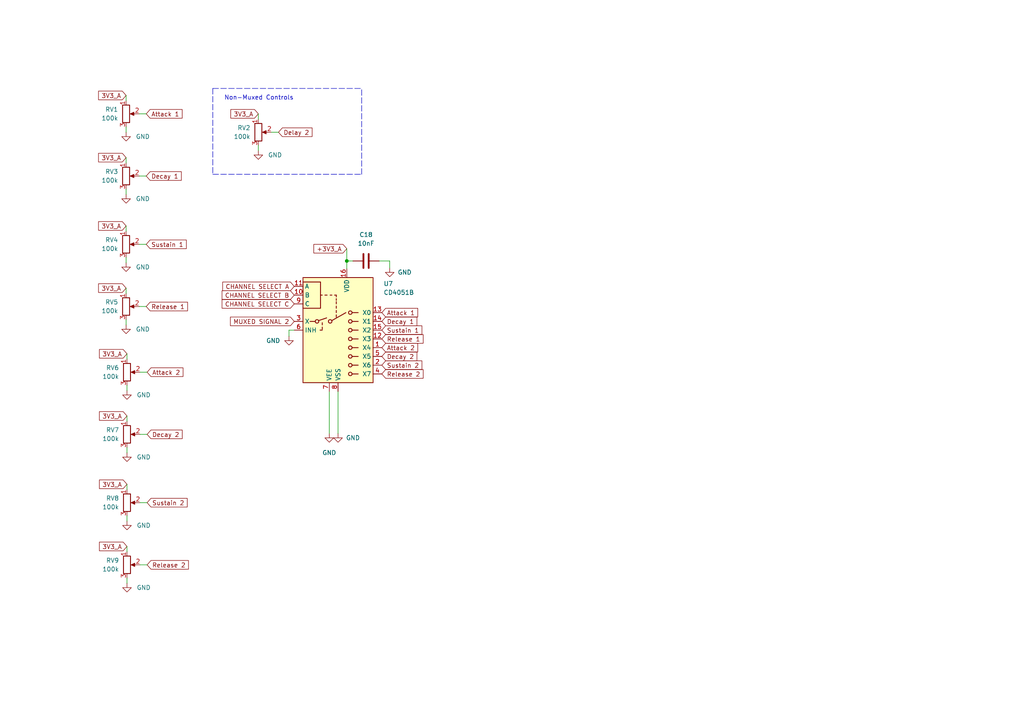
<source format=kicad_sch>
(kicad_sch (version 20211123) (generator eeschema)
  (paper "A4")
  (lib_symbols
    (symbol "Analog_Switch:CD4051B"
      (property "Reference" "U" (at -10.16 16.51 0))
      (property "Value" "CD4051B" (at 3.81 16.51 0))
      (symbol "CD4051B_0_1"
        (rectangle (start -10.16 6.35) (end -5.08 13.97) (stroke (width 0.254)))
        (rectangle (start -10.16 15.24) (end 10.16 -15.24) (stroke (width 0.254)) (fill (type background)))
        (circle (center -6.096 2.54) (radius 0.508) (stroke (width 0.254)))
        (circle (center -2.286 2.54) (radius 0.508) (stroke (width 0.254)))
        (polyline (pts (xy -8.128 2.54) (xy -6.604 2.54)) (stroke (width 0.254)))
        (polyline (pts (xy -5.588 2.794) (xy -3.302 3.556)) (stroke (width 0.254)))
        (polyline (pts (xy -4.572 0) (xy -5.207 0)) (stroke (width 0.254)))
        (polyline (pts (xy -4.572 0.254) (xy -4.572 0.889)) (stroke (width 0.254)))
        (polyline (pts (xy -4.572 1.524) (xy -4.572 2.159)) (stroke (width 0.254)))
        (polyline (pts (xy -4.572 10.16) (xy -5.08 10.16)) (stroke (width 0.254)))
        (polyline (pts (xy -3.81 10.16) (xy -3.175 10.16)) (stroke (width 0.254)))
        (polyline (pts (xy -1.778 2.794) (xy 2.286 5.08)) (stroke (width 0.254)))
        (polyline (pts (xy -1.778 10.16) (xy -2.286 10.16)) (stroke (width 0.254)))
        (polyline (pts (xy -0.508 3.81) (xy -0.508 4.445)) (stroke (width 0.254)))
        (polyline (pts (xy -0.508 5.08) (xy -0.508 5.715)) (stroke (width 0.254)))
        (polyline (pts (xy -0.508 6.35) (xy -0.508 6.985)) (stroke (width 0.254)))
        (polyline (pts (xy -0.508 7.62) (xy -0.508 8.255)) (stroke (width 0.254)))
        (polyline (pts (xy -0.508 8.636) (xy -0.508 9.144)) (stroke (width 0.254)))
        (polyline (pts (xy -0.508 9.652) (xy -0.508 10.16)) (stroke (width 0.254)))
        (polyline (pts (xy -0.508 10.16) (xy -1.016 10.16)) (stroke (width 0.254)))
        (polyline (pts (xy 4.064 -12.7) (xy 5.842 -12.7)) (stroke (width 0.254)))
        (polyline (pts (xy 4.064 -10.16) (xy 5.842 -10.16)) (stroke (width 0.254)))
        (polyline (pts (xy 4.064 -7.62) (xy 5.842 -7.62)) (stroke (width 0.254)))
        (polyline (pts (xy 4.064 -5.08) (xy 5.842 -5.08)) (stroke (width 0.254)))
        (polyline (pts (xy 4.064 -2.54) (xy 5.842 -2.54)) (stroke (width 0.254)))
        (polyline (pts (xy 4.064 0) (xy 5.842 0)) (stroke (width 0.254)))
        (polyline (pts (xy 4.064 2.54) (xy 5.842 2.54)) (stroke (width 0.254)))
        (polyline (pts (xy 4.064 5.08) (xy 5.842 5.08)) (stroke (width 0.254)))
        (circle (center 3.556 -12.7) (radius 0.508) (stroke (width 0.254)))
        (circle (center 3.556 -10.16) (radius 0.508) (stroke (width 0.254)))
        (circle (center 3.556 -7.62) (radius 0.508) (stroke (width 0.254)))
        (circle (center 3.556 -5.08) (radius 0.508) (stroke (width 0.254)))
        (circle (center 3.556 -2.54) (radius 0.508) (stroke (width 0.254)))
        (circle (center 3.556 0) (radius 0.508) (stroke (width 0.254)))
        (circle (center 3.556 2.54) (radius 0.508) (stroke (width 0.254)))
        (circle (center 3.556 5.08) (radius 0.508) (stroke (width 0.254)))
      )
      (symbol "CD4051B_1_1"
        (pin bidirectional line (at 12.7 -5.08 180) (length 2.54) (name "X4") (number "1"))
        (pin input line (at -12.7 10.16 0) (length 2.54) (name "B") (number "10"))
        (pin input line (at -12.7 12.7 0) (length 2.54) (name "A") (number "11"))
        (pin bidirectional line (at 12.7 -2.54 180) (length 2.54) (name "X3") (number "12"))
        (pin bidirectional line (at 12.7 5.08 180) (length 2.54) (name "X0") (number "13"))
        (pin bidirectional line (at 12.7 2.54 180) (length 2.54) (name "X1") (number "14"))
        (pin bidirectional line (at 12.7 0 180) (length 2.54) (name "X2") (number "15"))
        (pin power_in line (at 2.54 17.78 270) (length 2.54) (name "VDD") (number "16"))
        (pin bidirectional line (at 12.7 -10.16 180) (length 2.54) (name "X6") (number "2"))
        (pin bidirectional line (at -12.7 2.54 0) (length 2.54) (name "X") (number "3"))
        (pin bidirectional line (at 12.7 -12.7 180) (length 2.54) (name "X7") (number "4"))
        (pin bidirectional line (at 12.7 -7.62 180) (length 2.54) (name "X5") (number "5"))
        (pin input line (at -12.7 0 0) (length 2.54) (name "INH") (number "6"))
        (pin power_in line (at -2.54 -17.78 90) (length 2.54) (name "VEE") (number "7"))
        (pin power_in line (at 0 -17.78 90) (length 2.54) (name "VSS") (number "8"))
        (pin input line (at -12.7 7.62 0) (length 2.54) (name "C") (number "9"))
      )
    )
    (symbol "Device:C" (pin_numbers hide) (pin_names (offset 0.254))
      (property "Reference" "C" (at 0.635 2.54 0))
      (property "Value" "C" (at 0.635 -2.54 0))
      (symbol "C_0_1"
        (polyline (pts (xy -2.032 -0.762) (xy 2.032 -0.762)) (stroke (width 0.508)))
        (polyline (pts (xy -2.032 0.762) (xy 2.032 0.762)) (stroke (width 0.508)))
      )
      (symbol "C_1_1"
        (pin passive line (at 0 3.81 270) (length 2.794) (name "~") (number "1"))
        (pin passive line (at 0 -3.81 90) (length 2.794) (name "~") (number "2"))
      )
    )
    (symbol "Device:R_Potentiometer" (pin_names (offset 1.016) hide)
      (property "Reference" "RV" (at -4.445 0 90))
      (property "Value" "R_Potentiometer" (at -2.54 0 90))
      (symbol "R_Potentiometer_0_1"
        (polyline (pts (xy 2.54 0) (xy 1.524 0)))
        (polyline (pts (xy 1.143 0) (xy 2.286 0.508) (xy 2.286 -0.508) (xy 1.143 0)) (fill (type outline)))
        (rectangle (start 1.016 2.54) (end -1.016 -2.54) (stroke (width 0.254)))
      )
      (symbol "R_Potentiometer_1_1"
        (pin passive line (at 0 3.81 270) (length 1.27) (name "1") (number "1"))
        (pin passive line (at 3.81 0 180) (length 1.27) (name "2") (number "2"))
        (pin passive line (at 0 -3.81 90) (length 1.27) (name "3") (number "3"))
      )
    )
    (symbol "power:GND" (power) (pin_names (offset 0))
      (property "Value" "GND" (at 0 -3.81 0))
      (symbol "GND_0_1"
        (polyline (pts (xy 0 0) (xy 0 -1.27) (xy 1.27 -1.27) (xy 0 -2.54) (xy -1.27 -1.27) (xy 0 -1.27)))
      )
      (symbol "GND_1_1"
        (pin power_in line (at 0 0 270) (length 0) hide (name "GND") (number "1"))
      )
    )
  )
  (junction (at 100.584 75.692))
  (wire (pts (xy 36.576 45.72) (xy 36.576 47.244)))
  (wire (pts (xy 40.64 145.796) (xy 42.672 145.796)))
  (wire (pts (xy 36.576 65.532) (xy 36.576 67.056)))
  (wire (pts (xy 74.93 42.164) (xy 74.93 43.688)))
  (wire (pts (xy 36.83 158.496) (xy 36.83 160.02)))
  (wire (pts (xy 36.83 140.462) (xy 36.83 141.986)))
  (wire (pts (xy 98.044 113.538) (xy 98.044 125.73)))
  (wire (pts (xy 40.386 70.866) (xy 42.418 70.866)))
  (wire (pts (xy 40.64 125.984) (xy 42.672 125.984)))
  (wire (pts (xy 100.584 72.136) (xy 100.584 75.692)))
  (wire (pts (xy 36.83 102.616) (xy 36.83 104.14)))
  (wire (pts (xy 83.82 95.758) (xy 85.344 95.758)))
  (polyline (pts (xy 61.722 50.546) (xy 104.902 50.546)))
  (wire (pts (xy 78.74 38.354) (xy 80.772 38.354)))
  (wire (pts (xy 40.386 33.02) (xy 42.418 33.02)))
  (wire (pts (xy 40.386 51.054) (xy 42.418 51.054)))
  (polyline (pts (xy 61.722 25.654) (xy 61.722 50.546)))
  (wire (pts (xy 36.83 120.65) (xy 36.83 122.174)))
  (wire (pts (xy 36.83 149.606) (xy 36.83 151.13)))
  (polyline (pts (xy 104.902 50.546) (xy 104.902 25.654)))
  (wire (pts (xy 36.83 111.76) (xy 36.83 113.284)))
  (wire (pts (xy 95.504 113.538) (xy 95.504 125.73)))
  (wire (pts (xy 74.93 33.02) (xy 74.93 34.544)))
  (wire (pts (xy 83.82 97.536) (xy 83.82 95.758)))
  (wire (pts (xy 100.584 75.692) (xy 100.584 77.978)))
  (wire (pts (xy 36.576 54.864) (xy 36.576 56.388)))
  (wire (pts (xy 36.83 129.794) (xy 36.83 131.318)))
  (wire (pts (xy 36.576 92.71) (xy 36.576 94.234)))
  (wire (pts (xy 36.576 36.83) (xy 36.576 38.354)))
  (wire (pts (xy 36.83 167.64) (xy 36.83 169.164)))
  (polyline (pts (xy 61.722 25.654) (xy 104.902 25.654)))
  (wire (pts (xy 113.03 75.692) (xy 109.982 75.692)))
  (wire (pts (xy 100.584 75.692) (xy 102.362 75.692)))
  (wire (pts (xy 40.64 163.83) (xy 42.672 163.83)))
  (wire (pts (xy 36.576 74.676) (xy 36.576 76.2)))
  (wire (pts (xy 40.64 107.95) (xy 42.672 107.95)))
  (wire (pts (xy 40.386 88.9) (xy 42.418 88.9)))
  (wire (pts (xy 113.03 77.724) (xy 113.03 75.692)))
  (wire (pts (xy 36.576 83.566) (xy 36.576 85.09)))
  (wire (pts (xy 36.576 27.686) (xy 36.576 29.21)))
  (text "Non-Muxed Controls" (at 65.024 29.21 0) (effects (font (size 1.27 1.27)) (justify left bottom)))
  (global_label "CHANNEL SELECT C" (shape input) (at 85.344 88.138 180) (property "Intersheet References" "${INTERSHEET_REFS}" (effects hide)))
  (global_label "3V3_A" (shape input) (at 36.83 120.65 180) (property "Intersheet References" "${INTERSHEET_REFS}" (effects hide)))
  (global_label "CHANNEL SELECT A" (shape input) (at 85.344 83.058 180) (property "Intersheet References" "${INTERSHEET_REFS}" (effects hide)))
  (global_label "Delay 2" (shape input) (at 80.772 38.354 0) (property "Intersheet References" "${INTERSHEET_REFS}" (effects hide)))
  (global_label "Decay 2" (shape input) (at 42.672 125.984 0) (property "Intersheet References" "${INTERSHEET_REFS}" (effects hide)))
  (global_label "3V3_A" (shape input) (at 36.576 45.72 180) (property "Intersheet References" "${INTERSHEET_REFS}" (effects hide)))
  (global_label "Release 2" (shape input) (at 110.744 108.458 0) (property "Intersheet References" "${INTERSHEET_REFS}" (effects hide)))
  (global_label "3V3_A" (shape input) (at 36.83 158.496 180) (property "Intersheet References" "${INTERSHEET_REFS}" (effects hide)))
  (global_label "Attack 1" (shape input) (at 110.744 90.678 0) (property "Intersheet References" "${INTERSHEET_REFS}" (effects hide)))
  (global_label "Decay 1" (shape input) (at 110.744 93.218 0) (property "Intersheet References" "${INTERSHEET_REFS}" (effects hide)))
  (global_label "3V3_A" (shape input) (at 36.576 65.532 180) (property "Intersheet References" "${INTERSHEET_REFS}" (effects hide)))
  (global_label "CHANNEL SELECT B" (shape input) (at 85.344 85.598 180) (property "Intersheet References" "${INTERSHEET_REFS}" (effects hide)))
  (global_label "Release 1" (shape input) (at 42.418 88.9 0) (property "Intersheet References" "${INTERSHEET_REFS}" (effects hide)))
  (global_label "+3V3_A" (shape input) (at 100.584 72.136 180) (property "Intersheet References" "${INTERSHEET_REFS}" (effects hide)))
  (global_label "Decay 1" (shape input) (at 42.418 51.054 0) (property "Intersheet References" "${INTERSHEET_REFS}" (effects hide)))
  (global_label "3V3_A" (shape input) (at 36.83 140.462 180) (property "Intersheet References" "${INTERSHEET_REFS}" (effects hide)))
  (global_label "Sustain 2" (shape input) (at 110.744 105.918 0) (property "Intersheet References" "${INTERSHEET_REFS}" (effects hide)))
  (global_label "Release 1" (shape input) (at 110.744 98.298 0) (property "Intersheet References" "${INTERSHEET_REFS}" (effects hide)))
  (global_label "Attack 1" (shape input) (at 42.418 33.02 0) (property "Intersheet References" "${INTERSHEET_REFS}" (effects hide)))
  (global_label "Attack 2" (shape input) (at 42.672 107.95 0) (property "Intersheet References" "${INTERSHEET_REFS}" (effects hide)))
  (global_label "Decay 2" (shape input) (at 110.744 103.378 0) (property "Intersheet References" "${INTERSHEET_REFS}" (effects hide)))
  (global_label "Release 2" (shape input) (at 42.672 163.83 0) (property "Intersheet References" "${INTERSHEET_REFS}" (effects hide)))
  (global_label "Sustain 1" (shape input) (at 42.418 70.866 0) (property "Intersheet References" "${INTERSHEET_REFS}" (effects hide)))
  (global_label "Sustain 1" (shape input) (at 110.744 95.758 0) (property "Intersheet References" "${INTERSHEET_REFS}" (effects hide)))
  (global_label "Sustain 2" (shape input) (at 42.672 145.796 0) (property "Intersheet References" "${INTERSHEET_REFS}" (effects hide)))
  (global_label "3V3_A" (shape input) (at 36.576 27.686 180) (property "Intersheet References" "${INTERSHEET_REFS}" (effects hide)))
  (global_label "3V3_A" (shape input) (at 36.576 83.566 180) (property "Intersheet References" "${INTERSHEET_REFS}" (effects hide)))
  (global_label "MUXED SIGNAL 2" (shape input) (at 85.344 93.218 180) (property "Intersheet References" "${INTERSHEET_REFS}" (effects hide)))
  (global_label "Attack 2" (shape input) (at 110.744 100.838 0) (property "Intersheet References" "${INTERSHEET_REFS}" (effects hide)))
  (global_label "3V3_A" (shape input) (at 74.93 33.02 180) (property "Intersheet References" "${INTERSHEET_REFS}" (effects hide)))
  (global_label "3V3_A" (shape input) (at 36.83 102.616 180) (property "Intersheet References" "${INTERSHEET_REFS}" (effects hide)))
  (symbol (lib_id "power:GND") (at 36.576 94.234 0) (unit 1)
    (property "Reference" "#PWR046" (effects hide))
    (property "Value" "GND" (at 39.37 95.5039 0) (effects (justify left)))
  )
  (symbol (lib_id "power:GND") (at 36.83 151.13 0) (unit 1)
    (property "Reference" "#PWR052" (effects hide))
    (property "Value" "GND" (at 39.624 152.3999 0) (effects (justify left)))
  )
  (symbol (lib_id "Device:R_Potentiometer") (at 36.83 107.95 0) (unit 1)
    (property "Reference" "RV6" (at 34.544 106.6799 0) (effects (justify right)))
    (property "Value" "100k" (at 34.544 109.2199 0) (effects (justify right)))
    (property "Footprint" "Potentiometer_THT:Potentiometer_Alpha_RD901F-40-00D_Single_Vertical" (effects hide))
  )
  (symbol (lib_id "Device:R_Potentiometer") (at 36.576 88.9 0) (unit 1)
    (property "Reference" "RV5" (at 34.29 87.6299 0) (effects (justify right)))
    (property "Value" "100k" (at 34.29 90.1699 0) (effects (justify right)))
    (property "Footprint" "Potentiometer_THT:Potentiometer_Alpha_RD901F-40-00D_Single_Vertical" (effects hide))
  )
  (symbol (lib_id "power:GND") (at 83.82 97.536 0) (unit 1)
    (property "Reference" "#PWR047" (effects hide))
    (property "Value" "GND" (at 81.28 98.8059 0) (effects (justify right)))
  )
  (symbol (lib_id "power:GND") (at 98.044 125.73 0) (unit 1)
    (property "Reference" "#PWR050" (effects hide))
    (property "Value" "GND" (at 100.33 126.9999 0) (effects (justify left)))
  )
  (symbol (lib_id "Device:R_Potentiometer") (at 36.576 33.02 0) (unit 1)
    (property "Reference" "RV1" (at 34.29 31.7499 0) (effects (justify right)))
    (property "Value" "100k" (at 34.29 34.2899 0) (effects (justify right)))
    (property "Footprint" "Potentiometer_THT:Potentiometer_Alpha_RD901F-40-00D_Single_Vertical" (effects hide))
  )
  (symbol (lib_id "Device:R_Potentiometer") (at 36.576 70.866 0) (unit 1)
    (property "Reference" "RV4" (at 34.29 69.5959 0) (effects (justify right)))
    (property "Value" "100k" (at 34.29 72.1359 0) (effects (justify right)))
    (property "Footprint" "Potentiometer_THT:Potentiometer_Alpha_RD901F-40-00D_Single_Vertical" (effects hide))
  )
  (symbol (lib_id "Analog_Switch:CD4051B") (at 98.044 95.758 0) (unit 1)
    (property "Reference" "U7" (at 111.2394 82.296 0) (effects (justify left)))
    (property "Value" "CD4051B" (at 111.2394 84.836 0) (effects (justify left)))
    (property "Footprint" "Package_SO:SOIC-16_3.9x9.9mm_P1.27mm" (effects hide))
    (property "Datasheet" "http://www.ti.com/lit/ds/symlink/cd4052b.pdf" (effects hide))
  )
  (symbol (lib_id "power:GND") (at 74.93 43.688 0) (unit 1)
    (property "Reference" "#PWR042" (effects hide))
    (property "Value" "GND" (at 77.724 44.9579 0) (effects (justify left)))
  )
  (symbol (lib_id "power:GND") (at 113.03 77.724 0) (unit 1)
    (property "Reference" "#PWR045" (effects hide))
    (property "Value" "GND" (at 115.316 78.9939 0) (effects (justify left)))
  )
  (symbol (lib_id "power:GND") (at 36.576 76.2 0) (unit 1)
    (property "Reference" "#PWR044" (effects hide))
    (property "Value" "GND" (at 39.37 77.4699 0) (effects (justify left)))
  )
  (symbol (lib_id "power:GND") (at 36.576 56.388 0) (unit 1)
    (property "Reference" "#PWR043" (effects hide))
    (property "Value" "GND" (at 39.37 57.6579 0) (effects (justify left)))
  )
  (symbol (lib_id "Device:R_Potentiometer") (at 36.576 51.054 0) (unit 1)
    (property "Reference" "RV3" (at 34.29 49.7839 0) (effects (justify right)))
    (property "Value" "100k" (at 34.29 52.3239 0) (effects (justify right)))
    (property "Footprint" "Potentiometer_THT:Potentiometer_Alpha_RD901F-40-00D_Single_Vertical" (effects hide))
  )
  (symbol (lib_id "power:GND") (at 36.83 169.164 0) (unit 1)
    (property "Reference" "#PWR053" (effects hide))
    (property "Value" "GND" (at 39.624 170.4339 0) (effects (justify left)))
  )
  (symbol (lib_id "power:GND") (at 36.83 113.284 0) (unit 1)
    (property "Reference" "#PWR048" (effects hide))
    (property "Value" "GND" (at 39.624 114.5539 0) (effects (justify left)))
  )
  (symbol (lib_id "Device:R_Potentiometer") (at 36.83 163.83 0) (unit 1)
    (property "Reference" "RV9" (at 34.544 162.5599 0) (effects (justify right)))
    (property "Value" "100k" (at 34.544 165.0999 0) (effects (justify right)))
    (property "Footprint" "Potentiometer_THT:Potentiometer_Alpha_RD901F-40-00D_Single_Vertical" (effects hide))
  )
  (symbol (lib_id "Device:R_Potentiometer") (at 36.83 145.796 0) (unit 1)
    (property "Reference" "RV8" (at 34.544 144.5259 0) (effects (justify right)))
    (property "Value" "100k" (at 34.544 147.0659 0) (effects (justify right)))
    (property "Footprint" "Potentiometer_THT:Potentiometer_Alpha_RD901F-40-00D_Single_Vertical" (effects hide))
  )
  (symbol (lib_id "Device:C") (at 106.172 75.692 90) (unit 1)
    (property "Reference" "C18" (at 106.172 68.072 90))
    (property "Value" "10nF" (at 106.172 70.612 90))
    (property "Footprint" "Capacitor_SMD:C_0805_2012Metric" (effects hide))
  )
  (symbol (lib_id "power:GND") (at 36.576 38.354 0) (unit 1)
    (property "Reference" "#PWR041" (effects hide))
    (property "Value" "GND" (at 39.37 39.6239 0) (effects (justify left)))
  )
  (symbol (lib_id "Device:R_Potentiometer") (at 36.83 125.984 0) (unit 1)
    (property "Reference" "RV7" (at 34.544 124.7139 0) (effects (justify right)))
    (property "Value" "100k" (at 34.544 127.2539 0) (effects (justify right)))
    (property "Footprint" "Potentiometer_THT:Potentiometer_Alpha_RD901F-40-00D_Single_Vertical" (effects hide))
  )
  (symbol (lib_id "power:GND") (at 36.83 131.318 0) (unit 1)
    (property "Reference" "#PWR051" (effects hide))
    (property "Value" "GND" (at 39.624 132.5879 0) (effects (justify left)))
  )
  (symbol (lib_id "power:GND") (at 95.504 125.73 0) (unit 1)
    (property "Reference" "#PWR049" (effects hide))
    (property "Value" "GND" (at 95.504 131.318 0))
  )
  (symbol (lib_id "Device:R_Potentiometer") (at 74.93 38.354 0) (unit 1)
    (property "Reference" "RV2" (at 72.644 37.0839 0) (effects (justify right)))
    (property "Value" "100k" (at 72.644 39.6239 0) (effects (justify right)))
    (property "Footprint" "Potentiometer_THT:Potentiometer_Alpha_RD901F-40-00D_Single_Vertical" (effects hide))
  )
)
</source>
